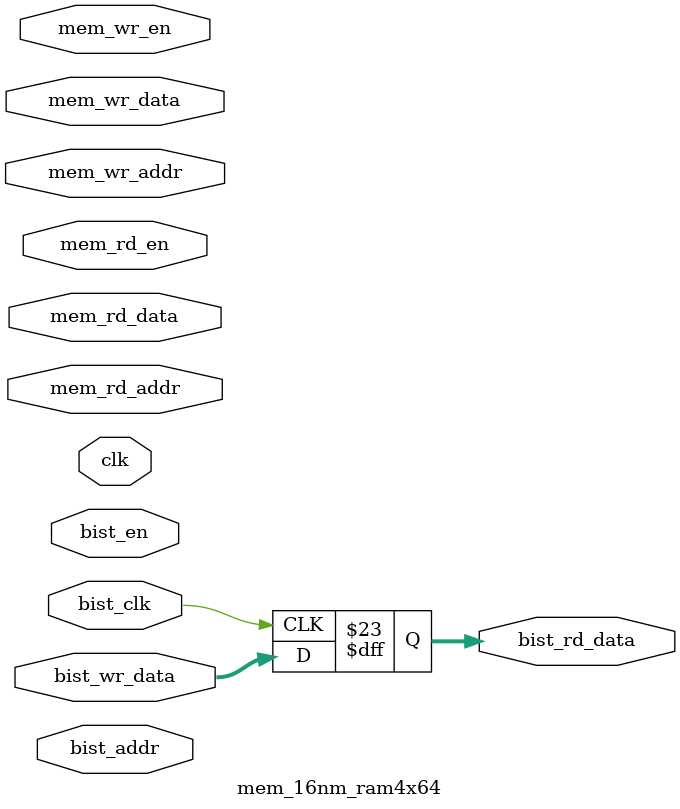
<source format=v>

module mem_16nm_ram4x64
(
  input  wire        clk,
  input  wire        mem_wr_en,
  input  wire [1:0]  mem_wr_addr,
  input  wire [63:0] mem_wr_data,
  input  wire        mem_rd_en,
  input  wire [1:0]  mem_rd_addr,
  input  wire [63:0] mem_rd_data,

  input  wire        bist_clk,
  input  wire        bist_en,
  input  wire [1:0]  bist_addr,
  input  wire [63:0] bist_wr_data,
  output wire [63:0] bist_rd_data
);

// The memory declaration
reg [63:0] memory [3:0];
reg [63:0] mem_rd_data_i;

always @ (posedge clk) begin
  if( mem_wr_en ) begin
    memory[mem_wr_addr] <= #0 mem_wr_data;
  end

  if( mem_rd_en ) begin
    mem_rd_data_i <= #0 memory[mem_rd_addr];
  end
end

always @ (posedge clk) begin
  mem_rd_data <= #0 mem_rd_data_i;
end

// Bist fake logic
always @ (posedge bist_clk ) begin
  bist_rd_data <= #0 bist_wr_data;
end

endmodule

</source>
